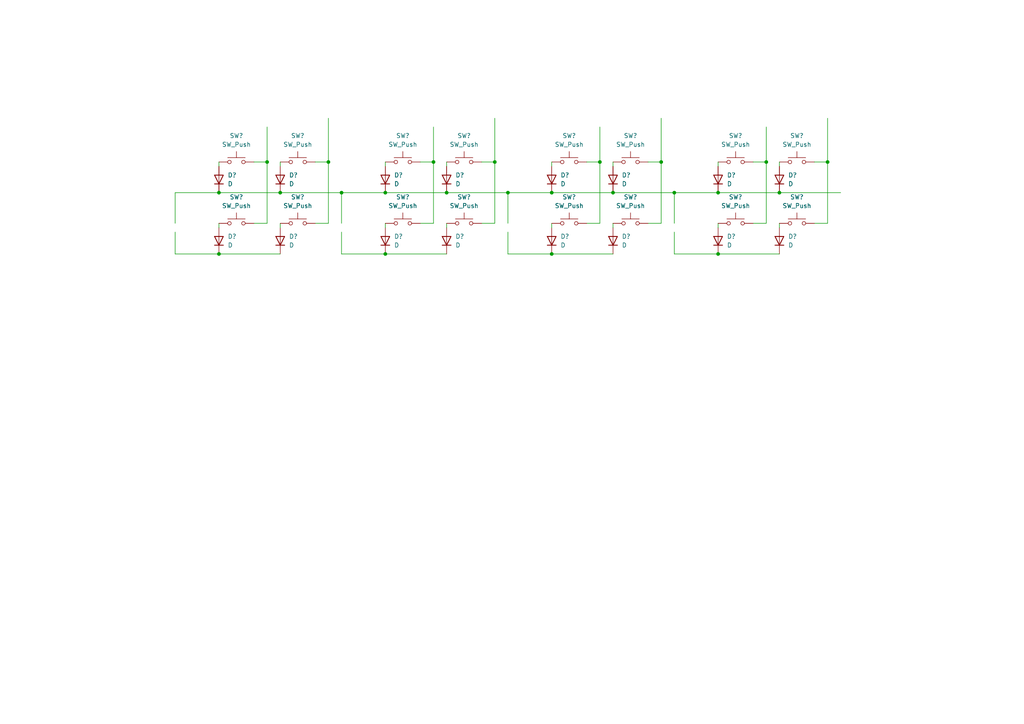
<source format=kicad_sch>
(kicad_sch (version 20211123) (generator eeschema)
  (paper "A4")
  (lib_symbols
    (symbol "Device:D" (pin_numbers hide) (pin_names (offset 1.016) hide)
      (property "Reference" "D" (at 0 2.54 0))
      (property "Value" "D" (at 0 -2.54 0))
      (symbol "D_0_1"
        (polyline (pts (xy -1.27 1.27) (xy -1.27 -1.27)) (stroke (width 0.254)))
        (polyline (pts (xy 1.27 0) (xy -1.27 0)))
        (polyline (pts (xy 1.27 1.27) (xy 1.27 -1.27) (xy -1.27 0) (xy 1.27 1.27)) (stroke (width 0.254)))
      )
      (symbol "D_1_1"
        (pin passive line (at -3.81 0 0) (length 2.54) (name "K") (number "1"))
        (pin passive line (at 3.81 0 180) (length 2.54) (name "A") (number "2"))
      )
    )
    (symbol "Switch:SW_Push" (pin_numbers hide) (pin_names (offset 1.016) hide)
      (property "Reference" "SW" (at 1.27 2.54 0))
      (property "Value" "SW_Push" (at 0 -1.524 0))
      (symbol "SW_Push_0_1"
        (circle (center -2.032 0) (radius 0.508))
        (polyline (pts (xy 0 1.27) (xy 0 3.048)))
        (polyline (pts (xy 2.54 1.27) (xy -2.54 1.27)))
        (circle (center 2.032 0) (radius 0.508))
        (pin passive line (at -5.08 0 0) (length 2.54) (name "1") (number "1"))
        (pin passive line (at 5.08 0 180) (length 2.54) (name "2") (number "2"))
      )
    )
  )
  (junction (at 111.76 73.66))
  (junction (at 147.32 55.88))
  (junction (at 226.06 55.88))
  (junction (at 77.47 46.99))
  (junction (at 173.99 46.99))
  (junction (at 160.02 73.66))
  (junction (at 208.28 73.66))
  (junction (at 191.77 46.99))
  (junction (at 177.8 55.88))
  (junction (at 195.58 55.88))
  (junction (at 81.28 55.88))
  (junction (at 95.25 46.99))
  (junction (at 240.03 46.99))
  (junction (at 129.54 55.88))
  (junction (at 208.28 55.88))
  (junction (at 99.06 55.88))
  (junction (at 160.02 55.88))
  (junction (at 111.76 55.88))
  (junction (at 63.5 55.88))
  (junction (at 143.51 46.99))
  (junction (at 125.73 46.99))
  (junction (at 222.25 46.99))
  (junction (at 63.5 73.66))
  (wire (pts (xy 147.32 55.88) (xy 160.02 55.88)))
  (wire (pts (xy 160.02 55.88) (xy 177.8 55.88)))
  (wire (pts (xy 208.28 55.88) (xy 226.06 55.88)))
  (wire (pts (xy 99.06 55.88) (xy 111.76 55.88)))
  (wire (pts (xy 195.58 67.31) (xy 195.58 73.66)))
  (wire (pts (xy 99.06 73.66) (xy 111.76 73.66)))
  (wire (pts (xy 177.8 55.88) (xy 195.58 55.88)))
  (wire (pts (xy 173.99 46.99) (xy 173.99 64.77)))
  (wire (pts (xy 111.76 46.99) (xy 111.76 48.26)))
  (wire (pts (xy 63.5 55.88) (xy 81.28 55.88)))
  (wire (pts (xy 195.58 64.77) (xy 195.58 55.88)))
  (wire (pts (xy 50.8 67.31) (xy 50.8 73.66)))
  (wire (pts (xy 226.06 46.99) (xy 226.06 48.26)))
  (wire (pts (xy 177.8 64.77) (xy 177.8 66.04)))
  (wire (pts (xy 50.8 55.88) (xy 63.5 55.88)))
  (wire (pts (xy 143.51 46.99) (xy 143.51 64.77)))
  (wire (pts (xy 218.44 46.99) (xy 222.25 46.99)))
  (wire (pts (xy 121.92 64.77) (xy 125.73 64.77)))
  (wire (pts (xy 177.8 46.99) (xy 177.8 48.26)))
  (wire (pts (xy 73.66 64.77) (xy 77.47 64.77)))
  (wire (pts (xy 81.28 55.88) (xy 99.06 55.88)))
  (wire (pts (xy 170.18 46.99) (xy 173.99 46.99)))
  (wire (pts (xy 81.28 46.99) (xy 81.28 48.26)))
  (wire (pts (xy 160.02 64.77) (xy 160.02 66.04)))
  (wire (pts (xy 191.77 46.99) (xy 191.77 64.77)))
  (wire (pts (xy 139.7 64.77) (xy 143.51 64.77)))
  (wire (pts (xy 139.7 46.99) (xy 143.51 46.99)))
  (wire (pts (xy 125.73 36.83) (xy 125.73 46.99)))
  (wire (pts (xy 240.03 46.99) (xy 240.03 64.77)))
  (wire (pts (xy 240.03 34.29) (xy 240.03 46.99)))
  (wire (pts (xy 226.06 64.77) (xy 226.06 66.04)))
  (wire (pts (xy 129.54 64.77) (xy 129.54 66.04)))
  (wire (pts (xy 187.96 46.99) (xy 191.77 46.99)))
  (wire (pts (xy 208.28 73.66) (xy 226.06 73.66)))
  (wire (pts (xy 99.06 67.31) (xy 99.06 73.66)))
  (wire (pts (xy 222.25 36.83) (xy 222.25 46.99)))
  (wire (pts (xy 129.54 55.88) (xy 147.32 55.88)))
  (wire (pts (xy 173.99 36.83) (xy 173.99 46.99)))
  (wire (pts (xy 147.32 67.31) (xy 147.32 73.66)))
  (wire (pts (xy 50.8 64.77) (xy 50.8 55.88)))
  (wire (pts (xy 143.51 34.29) (xy 143.51 46.99)))
  (wire (pts (xy 111.76 55.88) (xy 129.54 55.88)))
  (wire (pts (xy 95.25 34.29) (xy 95.25 46.99)))
  (wire (pts (xy 63.5 73.66) (xy 81.28 73.66)))
  (wire (pts (xy 129.54 46.99) (xy 129.54 48.26)))
  (wire (pts (xy 50.8 73.66) (xy 63.5 73.66)))
  (wire (pts (xy 77.47 36.83) (xy 77.47 46.99)))
  (wire (pts (xy 236.22 46.99) (xy 240.03 46.99)))
  (wire (pts (xy 222.25 46.99) (xy 222.25 64.77)))
  (wire (pts (xy 111.76 64.77) (xy 111.76 66.04)))
  (wire (pts (xy 218.44 64.77) (xy 222.25 64.77)))
  (wire (pts (xy 160.02 73.66) (xy 177.8 73.66)))
  (wire (pts (xy 195.58 55.88) (xy 208.28 55.88)))
  (wire (pts (xy 147.32 73.66) (xy 160.02 73.66)))
  (wire (pts (xy 160.02 46.99) (xy 160.02 48.26)))
  (wire (pts (xy 147.32 64.77) (xy 147.32 55.88)))
  (wire (pts (xy 95.25 46.99) (xy 95.25 64.77)))
  (wire (pts (xy 125.73 46.99) (xy 125.73 64.77)))
  (wire (pts (xy 99.06 64.77) (xy 99.06 55.88)))
  (wire (pts (xy 236.22 64.77) (xy 240.03 64.77)))
  (wire (pts (xy 77.47 46.99) (xy 77.47 64.77)))
  (wire (pts (xy 73.66 46.99) (xy 77.47 46.99)))
  (wire (pts (xy 187.96 64.77) (xy 191.77 64.77)))
  (wire (pts (xy 121.92 46.99) (xy 125.73 46.99)))
  (wire (pts (xy 170.18 64.77) (xy 173.99 64.77)))
  (wire (pts (xy 226.06 55.88) (xy 243.84 55.88)))
  (wire (pts (xy 91.44 64.77) (xy 95.25 64.77)))
  (wire (pts (xy 195.58 73.66) (xy 208.28 73.66)))
  (wire (pts (xy 91.44 46.99) (xy 95.25 46.99)))
  (wire (pts (xy 63.5 64.77) (xy 63.5 66.04)))
  (wire (pts (xy 208.28 64.77) (xy 208.28 66.04)))
  (wire (pts (xy 63.5 46.99) (xy 63.5 48.26)))
  (wire (pts (xy 81.28 64.77) (xy 81.28 66.04)))
  (wire (pts (xy 111.76 73.66) (xy 129.54 73.66)))
  (wire (pts (xy 208.28 46.99) (xy 208.28 48.26)))
  (wire (pts (xy 191.77 34.29) (xy 191.77 46.99)))
  (symbol (lib_id "Device:D") (at 63.5 69.85 90) (unit 1)
    (property "Reference" "D?" (at 66.04 68.5799 90) (effects (justify right)))
    (property "Value" "D" (at 66.04 71.1199 90) (effects (justify right)))
  )
  (symbol (lib_id "Device:D") (at 177.8 69.85 90) (unit 1)
    (property "Reference" "D?" (at 180.34 68.5799 90) (effects (justify right)))
    (property "Value" "D" (at 180.34 71.1199 90) (effects (justify right)))
  )
  (symbol (lib_id "Device:D") (at 129.54 52.07 90) (unit 1)
    (property "Reference" "D?" (at 132.08 50.7999 90) (effects (justify right)))
    (property "Value" "D" (at 132.08 53.3399 90) (effects (justify right)))
  )
  (symbol (lib_id "Device:D") (at 81.28 52.07 90) (unit 1)
    (property "Reference" "D?" (at 83.82 50.7999 90) (effects (justify right)))
    (property "Value" "D" (at 83.82 53.3399 90) (effects (justify right)))
  )
  (symbol (lib_id "Switch:SW_Push") (at 68.58 46.99 0) (unit 1)
    (property "Reference" "SW?" (at 68.58 39.37 0))
    (property "Value" "SW_Push" (at 68.58 41.91 0))
  )
  (symbol (lib_id "Device:D") (at 63.5 52.07 90) (unit 1)
    (property "Reference" "D?" (at 66.04 50.7999 90) (effects (justify right)))
    (property "Value" "D" (at 66.04 53.3399 90) (effects (justify right)))
  )
  (symbol (lib_id "Switch:SW_Push") (at 182.88 64.77 0) (unit 1)
    (property "Reference" "SW?" (at 182.88 57.15 0))
    (property "Value" "SW_Push" (at 182.88 59.69 0))
  )
  (symbol (lib_id "Device:D") (at 160.02 52.07 90) (unit 1)
    (property "Reference" "D?" (at 162.56 50.7999 90) (effects (justify right)))
    (property "Value" "D" (at 162.56 53.3399 90) (effects (justify right)))
  )
  (symbol (lib_id "Switch:SW_Push") (at 116.84 46.99 0) (unit 1)
    (property "Reference" "SW?" (at 116.84 39.37 0))
    (property "Value" "SW_Push" (at 116.84 41.91 0))
  )
  (symbol (lib_id "Device:D") (at 111.76 52.07 90) (unit 1)
    (property "Reference" "D?" (at 114.3 50.7999 90) (effects (justify right)))
    (property "Value" "D" (at 114.3 53.3399 90) (effects (justify right)))
  )
  (symbol (lib_id "Device:D") (at 81.28 69.85 90) (unit 1)
    (property "Reference" "D?" (at 83.82 68.5799 90) (effects (justify right)))
    (property "Value" "D" (at 83.82 71.1199 90) (effects (justify right)))
  )
  (symbol (lib_id "Device:D") (at 111.76 69.85 90) (unit 1)
    (property "Reference" "D?" (at 114.3 68.5799 90) (effects (justify right)))
    (property "Value" "D" (at 114.3 71.1199 90) (effects (justify right)))
  )
  (symbol (lib_id "Switch:SW_Push") (at 86.36 46.99 0) (unit 1)
    (property "Reference" "SW?" (at 86.36 39.37 0))
    (property "Value" "SW_Push" (at 86.36 41.91 0))
  )
  (symbol (lib_id "Device:D") (at 208.28 69.85 90) (unit 1)
    (property "Reference" "D?" (at 210.82 68.5799 90) (effects (justify right)))
    (property "Value" "D" (at 210.82 71.1199 90) (effects (justify right)))
  )
  (symbol (lib_id "Switch:SW_Push") (at 134.62 46.99 0) (unit 1)
    (property "Reference" "SW?" (at 134.62 39.37 0))
    (property "Value" "SW_Push" (at 134.62 41.91 0))
  )
  (symbol (lib_id "Switch:SW_Push") (at 213.36 46.99 0) (unit 1)
    (property "Reference" "SW?" (at 213.36 39.37 0))
    (property "Value" "SW_Push" (at 213.36 41.91 0))
  )
  (symbol (lib_id "Switch:SW_Push") (at 231.14 46.99 0) (unit 1)
    (property "Reference" "SW?" (at 231.14 39.37 0))
    (property "Value" "SW_Push" (at 231.14 41.91 0))
  )
  (symbol (lib_id "Device:D") (at 208.28 52.07 90) (unit 1)
    (property "Reference" "D?" (at 210.82 50.7999 90) (effects (justify right)))
    (property "Value" "D" (at 210.82 53.3399 90) (effects (justify right)))
  )
  (symbol (lib_id "Switch:SW_Push") (at 231.14 64.77 0) (unit 1)
    (property "Reference" "SW?" (at 231.14 57.15 0))
    (property "Value" "SW_Push" (at 231.14 59.69 0))
  )
  (symbol (lib_id "Device:D") (at 129.54 69.85 90) (unit 1)
    (property "Reference" "D?" (at 132.08 68.5799 90) (effects (justify right)))
    (property "Value" "D" (at 132.08 71.1199 90) (effects (justify right)))
  )
  (symbol (lib_id "Switch:SW_Push") (at 182.88 46.99 0) (unit 1)
    (property "Reference" "SW?" (at 182.88 39.37 0))
    (property "Value" "SW_Push" (at 182.88 41.91 0))
  )
  (symbol (lib_id "Device:D") (at 177.8 52.07 90) (unit 1)
    (property "Reference" "D?" (at 180.34 50.7999 90) (effects (justify right)))
    (property "Value" "D" (at 180.34 53.3399 90) (effects (justify right)))
  )
  (symbol (lib_id "Switch:SW_Push") (at 116.84 64.77 0) (unit 1)
    (property "Reference" "SW?" (at 116.84 57.15 0))
    (property "Value" "SW_Push" (at 116.84 59.69 0))
  )
  (symbol (lib_id "Device:D") (at 226.06 52.07 90) (unit 1)
    (property "Reference" "D?" (at 228.6 50.7999 90) (effects (justify right)))
    (property "Value" "D" (at 228.6 53.3399 90) (effects (justify right)))
  )
  (symbol (lib_id "Switch:SW_Push") (at 134.62 64.77 0) (unit 1)
    (property "Reference" "SW?" (at 134.62 57.15 0))
    (property "Value" "SW_Push" (at 134.62 59.69 0))
  )
  (symbol (lib_id "Switch:SW_Push") (at 68.58 64.77 0) (unit 1)
    (property "Reference" "SW?" (at 68.58 57.15 0))
    (property "Value" "SW_Push" (at 68.58 59.69 0))
  )
  (symbol (lib_id "Device:D") (at 160.02 69.85 90) (unit 1)
    (property "Reference" "D?" (at 162.56 68.5799 90) (effects (justify right)))
    (property "Value" "D" (at 162.56 71.1199 90) (effects (justify right)))
  )
  (symbol (lib_id "Switch:SW_Push") (at 165.1 46.99 0) (unit 1)
    (property "Reference" "SW?" (at 165.1 39.37 0))
    (property "Value" "SW_Push" (at 165.1 41.91 0))
  )
  (symbol (lib_id "Device:D") (at 226.06 69.85 90) (unit 1)
    (property "Reference" "D?" (at 228.6 68.5799 90) (effects (justify right)))
    (property "Value" "D" (at 228.6 71.1199 90) (effects (justify right)))
  )
  (symbol (lib_id "Switch:SW_Push") (at 213.36 64.77 0) (unit 1)
    (property "Reference" "SW?" (at 213.36 57.15 0))
    (property "Value" "SW_Push" (at 213.36 59.69 0))
  )
  (symbol (lib_id "Switch:SW_Push") (at 165.1 64.77 0) (unit 1)
    (property "Reference" "SW?" (at 165.1 57.15 0))
    (property "Value" "SW_Push" (at 165.1 59.69 0))
  )
  (symbol (lib_id "Switch:SW_Push") (at 86.36 64.77 0) (unit 1)
    (property "Reference" "SW?" (at 86.36 57.15 0))
    (property "Value" "SW_Push" (at 86.36 59.69 0))
  )
)
</source>
